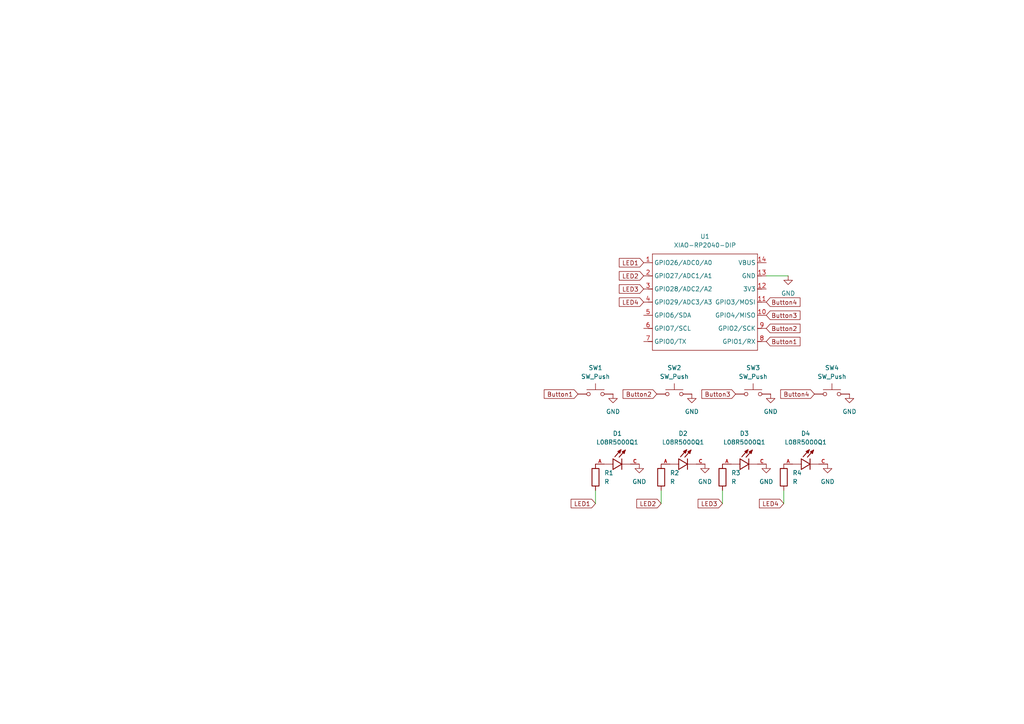
<source format=kicad_sch>
(kicad_sch
	(version 20250114)
	(generator "eeschema")
	(generator_version "9.0")
	(uuid "a43dab52-ff7f-4424-8441-02eefee77b3f")
	(paper "A4")
	(lib_symbols
		(symbol "Device:R"
			(pin_numbers
				(hide yes)
			)
			(pin_names
				(offset 0)
			)
			(exclude_from_sim no)
			(in_bom yes)
			(on_board yes)
			(property "Reference" "R"
				(at 2.032 0 90)
				(effects
					(font
						(size 1.27 1.27)
					)
				)
			)
			(property "Value" "R"
				(at 0 0 90)
				(effects
					(font
						(size 1.27 1.27)
					)
				)
			)
			(property "Footprint" ""
				(at -1.778 0 90)
				(effects
					(font
						(size 1.27 1.27)
					)
					(hide yes)
				)
			)
			(property "Datasheet" "~"
				(at 0 0 0)
				(effects
					(font
						(size 1.27 1.27)
					)
					(hide yes)
				)
			)
			(property "Description" "Resistor"
				(at 0 0 0)
				(effects
					(font
						(size 1.27 1.27)
					)
					(hide yes)
				)
			)
			(property "ki_keywords" "R res resistor"
				(at 0 0 0)
				(effects
					(font
						(size 1.27 1.27)
					)
					(hide yes)
				)
			)
			(property "ki_fp_filters" "R_*"
				(at 0 0 0)
				(effects
					(font
						(size 1.27 1.27)
					)
					(hide yes)
				)
			)
			(symbol "R_0_1"
				(rectangle
					(start -1.016 -2.54)
					(end 1.016 2.54)
					(stroke
						(width 0.254)
						(type default)
					)
					(fill
						(type none)
					)
				)
			)
			(symbol "R_1_1"
				(pin passive line
					(at 0 3.81 270)
					(length 1.27)
					(name "~"
						(effects
							(font
								(size 1.27 1.27)
							)
						)
					)
					(number "1"
						(effects
							(font
								(size 1.27 1.27)
							)
						)
					)
				)
				(pin passive line
					(at 0 -3.81 90)
					(length 1.27)
					(name "~"
						(effects
							(font
								(size 1.27 1.27)
							)
						)
					)
					(number "2"
						(effects
							(font
								(size 1.27 1.27)
							)
						)
					)
				)
			)
			(embedded_fonts no)
		)
		(symbol "PathfinderLED:L08R5000Q1"
			(pin_names
				(offset 1.016)
			)
			(exclude_from_sim no)
			(in_bom yes)
			(on_board yes)
			(property "Reference" "D"
				(at -3.0988 4.4958 0)
				(effects
					(font
						(size 1.27 1.27)
					)
					(justify left bottom)
				)
			)
			(property "Value" "L08R5000Q1"
				(at -3.556 -3.302 0)
				(effects
					(font
						(size 1.27 1.27)
					)
					(justify left bottom)
				)
			)
			(property "Footprint" "L08R5000Q1:LEDRD254W57D500H1070"
				(at 0 0 0)
				(effects
					(font
						(size 1.27 1.27)
					)
					(justify bottom)
					(hide yes)
				)
			)
			(property "Datasheet" ""
				(at 0 0 0)
				(effects
					(font
						(size 1.27 1.27)
					)
					(hide yes)
				)
			)
			(property "Description" ""
				(at 0 0 0)
				(effects
					(font
						(size 1.27 1.27)
					)
					(hide yes)
				)
			)
			(property "MF" "LED Technology"
				(at 0 0 0)
				(effects
					(font
						(size 1.27 1.27)
					)
					(justify bottom)
					(hide yes)
				)
			)
			(property "MAXIMUM_PACKAGE_HEIGHT" "10.7mm"
				(at 0 0 0)
				(effects
					(font
						(size 1.27 1.27)
					)
					(justify bottom)
					(hide yes)
				)
			)
			(property "Package" "None"
				(at 0 0 0)
				(effects
					(font
						(size 1.27 1.27)
					)
					(justify bottom)
					(hide yes)
				)
			)
			(property "Price" "None"
				(at 0 0 0)
				(effects
					(font
						(size 1.27 1.27)
					)
					(justify bottom)
					(hide yes)
				)
			)
			(property "Check_prices" "https://www.snapeda.com/parts/L08R5000Q1/LED+Technology/view-part/?ref=eda"
				(at 0 0 0)
				(effects
					(font
						(size 1.27 1.27)
					)
					(justify bottom)
					(hide yes)
				)
			)
			(property "STANDARD" "IPC-7351B"
				(at 0 0 0)
				(effects
					(font
						(size 1.27 1.27)
					)
					(justify bottom)
					(hide yes)
				)
			)
			(property "PARTREV" "NA"
				(at 0 0 0)
				(effects
					(font
						(size 1.27 1.27)
					)
					(justify bottom)
					(hide yes)
				)
			)
			(property "SnapEDA_Link" "https://www.snapeda.com/parts/L08R5000Q1/LED+Technology/view-part/?ref=snap"
				(at 0 0 0)
				(effects
					(font
						(size 1.27 1.27)
					)
					(justify bottom)
					(hide yes)
				)
			)
			(property "MP" "L08R5000Q1"
				(at 0 0 0)
				(effects
					(font
						(size 1.27 1.27)
					)
					(justify bottom)
					(hide yes)
				)
			)
			(property "Description_1" "LED, 5MM, ORANGE; LED / Lamp Size: 5mm / T-1 3/4; LED Colour: Orange; Typ Luminous Intensity: 4.3mcd; Viewing Angle: ..."
				(at 0 0 0)
				(effects
					(font
						(size 1.27 1.27)
					)
					(justify bottom)
					(hide yes)
				)
			)
			(property "Availability" "Not in stock"
				(at 0 0 0)
				(effects
					(font
						(size 1.27 1.27)
					)
					(justify bottom)
					(hide yes)
				)
			)
			(property "MANUFACTURER" "LED TECHNOLOGY"
				(at 0 0 0)
				(effects
					(font
						(size 1.27 1.27)
					)
					(justify bottom)
					(hide yes)
				)
			)
			(symbol "L08R5000Q1_0_0"
				(polyline
					(pts
						(xy -2.54 1.524) (xy -2.54 0)
					)
					(stroke
						(width 0.254)
						(type default)
					)
					(fill
						(type none)
					)
				)
				(polyline
					(pts
						(xy -2.54 0) (xy -5.08 0)
					)
					(stroke
						(width 0.1524)
						(type default)
					)
					(fill
						(type none)
					)
				)
				(polyline
					(pts
						(xy -2.54 0) (xy -2.54 -1.524)
					)
					(stroke
						(width 0.254)
						(type default)
					)
					(fill
						(type none)
					)
				)
				(polyline
					(pts
						(xy -2.54 -1.524) (xy 0 0)
					)
					(stroke
						(width 0.254)
						(type default)
					)
					(fill
						(type none)
					)
				)
				(polyline
					(pts
						(xy -1.1176 3.683) (xy -0.2286 4.1656)
					)
					(stroke
						(width 0.254)
						(type default)
					)
					(fill
						(type none)
					)
				)
				(polyline
					(pts
						(xy -0.9398 3.6068) (xy -0.7112 3.7592)
					)
					(stroke
						(width 0.254)
						(type default)
					)
					(fill
						(type none)
					)
				)
				(polyline
					(pts
						(xy -0.5588 3.2004) (xy -1.1176 3.683)
					)
					(stroke
						(width 0.254)
						(type default)
					)
					(fill
						(type none)
					)
				)
				(polyline
					(pts
						(xy -0.5588 3.2004) (xy -0.5334 3.937)
					)
					(stroke
						(width 0.254)
						(type default)
					)
					(fill
						(type none)
					)
				)
				(polyline
					(pts
						(xy -0.5334 3.937) (xy -0.6604 3.937)
					)
					(stroke
						(width 0.254)
						(type default)
					)
					(fill
						(type none)
					)
				)
				(polyline
					(pts
						(xy -0.2286 4.1656) (xy -2.0066 2.1336)
					)
					(stroke
						(width 0.254)
						(type default)
					)
					(fill
						(type none)
					)
				)
				(polyline
					(pts
						(xy -0.2286 4.1656) (xy -0.5588 3.2004)
					)
					(stroke
						(width 0.254)
						(type default)
					)
					(fill
						(type none)
					)
				)
				(polyline
					(pts
						(xy 0 1.524) (xy 0 0)
					)
					(stroke
						(width 0.254)
						(type default)
					)
					(fill
						(type none)
					)
				)
				(polyline
					(pts
						(xy 0 0) (xy -2.54 1.524)
					)
					(stroke
						(width 0.254)
						(type default)
					)
					(fill
						(type none)
					)
				)
				(polyline
					(pts
						(xy 0 0) (xy 0 -1.524)
					)
					(stroke
						(width 0.254)
						(type default)
					)
					(fill
						(type none)
					)
				)
				(polyline
					(pts
						(xy 0.127 3.5814) (xy 1.016 4.064)
					)
					(stroke
						(width 0.254)
						(type default)
					)
					(fill
						(type none)
					)
				)
				(polyline
					(pts
						(xy 0.3048 3.5052) (xy 0.5334 3.6576)
					)
					(stroke
						(width 0.254)
						(type default)
					)
					(fill
						(type none)
					)
				)
				(polyline
					(pts
						(xy 0.6858 3.0988) (xy 0.127 3.5814)
					)
					(stroke
						(width 0.254)
						(type default)
					)
					(fill
						(type none)
					)
				)
				(polyline
					(pts
						(xy 0.6858 3.0988) (xy 0.7112 3.8354)
					)
					(stroke
						(width 0.254)
						(type default)
					)
					(fill
						(type none)
					)
				)
				(polyline
					(pts
						(xy 0.7112 3.8354) (xy 0.5842 3.8354)
					)
					(stroke
						(width 0.254)
						(type default)
					)
					(fill
						(type none)
					)
				)
				(polyline
					(pts
						(xy 1.016 4.064) (xy -0.762 2.032)
					)
					(stroke
						(width 0.254)
						(type default)
					)
					(fill
						(type none)
					)
				)
				(polyline
					(pts
						(xy 1.016 4.064) (xy 0.6858 3.0988)
					)
					(stroke
						(width 0.254)
						(type default)
					)
					(fill
						(type none)
					)
				)
				(polyline
					(pts
						(xy 2.54 0) (xy 0 0)
					)
					(stroke
						(width 0.1524)
						(type default)
					)
					(fill
						(type none)
					)
				)
				(pin passive line
					(at -7.62 0 0)
					(length 2.54)
					(name "~"
						(effects
							(font
								(size 1.016 1.016)
							)
						)
					)
					(number "A"
						(effects
							(font
								(size 1.016 1.016)
							)
						)
					)
				)
				(pin passive line
					(at 5.08 0 180)
					(length 2.54)
					(name "~"
						(effects
							(font
								(size 1.016 1.016)
							)
						)
					)
					(number "C"
						(effects
							(font
								(size 1.016 1.016)
							)
						)
					)
				)
			)
			(embedded_fonts no)
		)
		(symbol "Switch:SW_Push"
			(pin_numbers
				(hide yes)
			)
			(pin_names
				(offset 1.016)
				(hide yes)
			)
			(exclude_from_sim no)
			(in_bom yes)
			(on_board yes)
			(property "Reference" "SW"
				(at 1.27 2.54 0)
				(effects
					(font
						(size 1.27 1.27)
					)
					(justify left)
				)
			)
			(property "Value" "SW_Push"
				(at 0 -1.524 0)
				(effects
					(font
						(size 1.27 1.27)
					)
				)
			)
			(property "Footprint" ""
				(at 0 5.08 0)
				(effects
					(font
						(size 1.27 1.27)
					)
					(hide yes)
				)
			)
			(property "Datasheet" "~"
				(at 0 5.08 0)
				(effects
					(font
						(size 1.27 1.27)
					)
					(hide yes)
				)
			)
			(property "Description" "Push button switch, generic, two pins"
				(at 0 0 0)
				(effects
					(font
						(size 1.27 1.27)
					)
					(hide yes)
				)
			)
			(property "ki_keywords" "switch normally-open pushbutton push-button"
				(at 0 0 0)
				(effects
					(font
						(size 1.27 1.27)
					)
					(hide yes)
				)
			)
			(symbol "SW_Push_0_1"
				(circle
					(center -2.032 0)
					(radius 0.508)
					(stroke
						(width 0)
						(type default)
					)
					(fill
						(type none)
					)
				)
				(polyline
					(pts
						(xy 0 1.27) (xy 0 3.048)
					)
					(stroke
						(width 0)
						(type default)
					)
					(fill
						(type none)
					)
				)
				(circle
					(center 2.032 0)
					(radius 0.508)
					(stroke
						(width 0)
						(type default)
					)
					(fill
						(type none)
					)
				)
				(polyline
					(pts
						(xy 2.54 1.27) (xy -2.54 1.27)
					)
					(stroke
						(width 0)
						(type default)
					)
					(fill
						(type none)
					)
				)
				(pin passive line
					(at -5.08 0 0)
					(length 2.54)
					(name "1"
						(effects
							(font
								(size 1.27 1.27)
							)
						)
					)
					(number "1"
						(effects
							(font
								(size 1.27 1.27)
							)
						)
					)
				)
				(pin passive line
					(at 5.08 0 180)
					(length 2.54)
					(name "2"
						(effects
							(font
								(size 1.27 1.27)
							)
						)
					)
					(number "2"
						(effects
							(font
								(size 1.27 1.27)
							)
						)
					)
				)
			)
			(embedded_fonts no)
		)
		(symbol "Xiao:XIAO-RP2040-DIP"
			(exclude_from_sim no)
			(in_bom yes)
			(on_board yes)
			(property "Reference" "U"
				(at 0 0 0)
				(effects
					(font
						(size 1.27 1.27)
					)
				)
			)
			(property "Value" "XIAO-RP2040-DIP"
				(at 5.334 -1.778 0)
				(effects
					(font
						(size 1.27 1.27)
					)
				)
			)
			(property "Footprint" "Module:MOUDLE14P-XIAO-DIP-SMD"
				(at 14.478 -32.258 0)
				(effects
					(font
						(size 1.27 1.27)
					)
					(hide yes)
				)
			)
			(property "Datasheet" ""
				(at 0 0 0)
				(effects
					(font
						(size 1.27 1.27)
					)
					(hide yes)
				)
			)
			(property "Description" ""
				(at 0 0 0)
				(effects
					(font
						(size 1.27 1.27)
					)
					(hide yes)
				)
			)
			(symbol "XIAO-RP2040-DIP_1_0"
				(polyline
					(pts
						(xy -1.27 -2.54) (xy 29.21 -2.54)
					)
					(stroke
						(width 0.1524)
						(type solid)
					)
					(fill
						(type none)
					)
				)
				(polyline
					(pts
						(xy -1.27 -5.08) (xy -2.54 -5.08)
					)
					(stroke
						(width 0.1524)
						(type solid)
					)
					(fill
						(type none)
					)
				)
				(polyline
					(pts
						(xy -1.27 -5.08) (xy -1.27 -2.54)
					)
					(stroke
						(width 0.1524)
						(type solid)
					)
					(fill
						(type none)
					)
				)
				(polyline
					(pts
						(xy -1.27 -8.89) (xy -2.54 -8.89)
					)
					(stroke
						(width 0.1524)
						(type solid)
					)
					(fill
						(type none)
					)
				)
				(polyline
					(pts
						(xy -1.27 -8.89) (xy -1.27 -5.08)
					)
					(stroke
						(width 0.1524)
						(type solid)
					)
					(fill
						(type none)
					)
				)
				(polyline
					(pts
						(xy -1.27 -12.7) (xy -2.54 -12.7)
					)
					(stroke
						(width 0.1524)
						(type solid)
					)
					(fill
						(type none)
					)
				)
				(polyline
					(pts
						(xy -1.27 -12.7) (xy -1.27 -8.89)
					)
					(stroke
						(width 0.1524)
						(type solid)
					)
					(fill
						(type none)
					)
				)
				(polyline
					(pts
						(xy -1.27 -16.51) (xy -2.54 -16.51)
					)
					(stroke
						(width 0.1524)
						(type solid)
					)
					(fill
						(type none)
					)
				)
				(polyline
					(pts
						(xy -1.27 -16.51) (xy -1.27 -12.7)
					)
					(stroke
						(width 0.1524)
						(type solid)
					)
					(fill
						(type none)
					)
				)
				(polyline
					(pts
						(xy -1.27 -20.32) (xy -2.54 -20.32)
					)
					(stroke
						(width 0.1524)
						(type solid)
					)
					(fill
						(type none)
					)
				)
				(polyline
					(pts
						(xy -1.27 -24.13) (xy -2.54 -24.13)
					)
					(stroke
						(width 0.1524)
						(type solid)
					)
					(fill
						(type none)
					)
				)
				(polyline
					(pts
						(xy -1.27 -27.94) (xy -2.54 -27.94)
					)
					(stroke
						(width 0.1524)
						(type solid)
					)
					(fill
						(type none)
					)
				)
				(polyline
					(pts
						(xy -1.27 -30.48) (xy -1.27 -16.51)
					)
					(stroke
						(width 0.1524)
						(type solid)
					)
					(fill
						(type none)
					)
				)
				(polyline
					(pts
						(xy 29.21 -2.54) (xy 29.21 -5.08)
					)
					(stroke
						(width 0.1524)
						(type solid)
					)
					(fill
						(type none)
					)
				)
				(polyline
					(pts
						(xy 29.21 -5.08) (xy 29.21 -8.89)
					)
					(stroke
						(width 0.1524)
						(type solid)
					)
					(fill
						(type none)
					)
				)
				(polyline
					(pts
						(xy 29.21 -8.89) (xy 29.21 -12.7)
					)
					(stroke
						(width 0.1524)
						(type solid)
					)
					(fill
						(type none)
					)
				)
				(polyline
					(pts
						(xy 29.21 -12.7) (xy 29.21 -30.48)
					)
					(stroke
						(width 0.1524)
						(type solid)
					)
					(fill
						(type none)
					)
				)
				(polyline
					(pts
						(xy 29.21 -30.48) (xy -1.27 -30.48)
					)
					(stroke
						(width 0.1524)
						(type solid)
					)
					(fill
						(type none)
					)
				)
				(polyline
					(pts
						(xy 30.48 -5.08) (xy 29.21 -5.08)
					)
					(stroke
						(width 0.1524)
						(type solid)
					)
					(fill
						(type none)
					)
				)
				(polyline
					(pts
						(xy 30.48 -8.89) (xy 29.21 -8.89)
					)
					(stroke
						(width 0.1524)
						(type solid)
					)
					(fill
						(type none)
					)
				)
				(polyline
					(pts
						(xy 30.48 -12.7) (xy 29.21 -12.7)
					)
					(stroke
						(width 0.1524)
						(type solid)
					)
					(fill
						(type none)
					)
				)
				(polyline
					(pts
						(xy 30.48 -16.51) (xy 29.21 -16.51)
					)
					(stroke
						(width 0.1524)
						(type solid)
					)
					(fill
						(type none)
					)
				)
				(polyline
					(pts
						(xy 30.48 -20.32) (xy 29.21 -20.32)
					)
					(stroke
						(width 0.1524)
						(type solid)
					)
					(fill
						(type none)
					)
				)
				(polyline
					(pts
						(xy 30.48 -24.13) (xy 29.21 -24.13)
					)
					(stroke
						(width 0.1524)
						(type solid)
					)
					(fill
						(type none)
					)
				)
				(polyline
					(pts
						(xy 30.48 -27.94) (xy 29.21 -27.94)
					)
					(stroke
						(width 0.1524)
						(type solid)
					)
					(fill
						(type none)
					)
				)
				(pin passive line
					(at -3.81 -5.08 0)
					(length 2.54)
					(name "GPIO26/ADC0/A0"
						(effects
							(font
								(size 1.27 1.27)
							)
						)
					)
					(number "1"
						(effects
							(font
								(size 1.27 1.27)
							)
						)
					)
				)
				(pin passive line
					(at -3.81 -8.89 0)
					(length 2.54)
					(name "GPIO27/ADC1/A1"
						(effects
							(font
								(size 1.27 1.27)
							)
						)
					)
					(number "2"
						(effects
							(font
								(size 1.27 1.27)
							)
						)
					)
				)
				(pin passive line
					(at -3.81 -12.7 0)
					(length 2.54)
					(name "GPIO28/ADC2/A2"
						(effects
							(font
								(size 1.27 1.27)
							)
						)
					)
					(number "3"
						(effects
							(font
								(size 1.27 1.27)
							)
						)
					)
				)
				(pin passive line
					(at -3.81 -16.51 0)
					(length 2.54)
					(name "GPIO29/ADC3/A3"
						(effects
							(font
								(size 1.27 1.27)
							)
						)
					)
					(number "4"
						(effects
							(font
								(size 1.27 1.27)
							)
						)
					)
				)
				(pin passive line
					(at -3.81 -20.32 0)
					(length 2.54)
					(name "GPIO6/SDA"
						(effects
							(font
								(size 1.27 1.27)
							)
						)
					)
					(number "5"
						(effects
							(font
								(size 1.27 1.27)
							)
						)
					)
				)
				(pin passive line
					(at -3.81 -24.13 0)
					(length 2.54)
					(name "GPIO7/SCL"
						(effects
							(font
								(size 1.27 1.27)
							)
						)
					)
					(number "6"
						(effects
							(font
								(size 1.27 1.27)
							)
						)
					)
				)
				(pin passive line
					(at -3.81 -27.94 0)
					(length 2.54)
					(name "GPIO0/TX"
						(effects
							(font
								(size 1.27 1.27)
							)
						)
					)
					(number "7"
						(effects
							(font
								(size 1.27 1.27)
							)
						)
					)
				)
				(pin passive line
					(at 31.75 -5.08 180)
					(length 2.54)
					(name "VBUS"
						(effects
							(font
								(size 1.27 1.27)
							)
						)
					)
					(number "14"
						(effects
							(font
								(size 1.27 1.27)
							)
						)
					)
				)
				(pin passive line
					(at 31.75 -8.89 180)
					(length 2.54)
					(name "GND"
						(effects
							(font
								(size 1.27 1.27)
							)
						)
					)
					(number "13"
						(effects
							(font
								(size 1.27 1.27)
							)
						)
					)
				)
				(pin passive line
					(at 31.75 -12.7 180)
					(length 2.54)
					(name "3V3"
						(effects
							(font
								(size 1.27 1.27)
							)
						)
					)
					(number "12"
						(effects
							(font
								(size 1.27 1.27)
							)
						)
					)
				)
				(pin passive line
					(at 31.75 -16.51 180)
					(length 2.54)
					(name "GPIO3/MOSI"
						(effects
							(font
								(size 1.27 1.27)
							)
						)
					)
					(number "11"
						(effects
							(font
								(size 1.27 1.27)
							)
						)
					)
				)
				(pin passive line
					(at 31.75 -20.32 180)
					(length 2.54)
					(name "GPIO4/MISO"
						(effects
							(font
								(size 1.27 1.27)
							)
						)
					)
					(number "10"
						(effects
							(font
								(size 1.27 1.27)
							)
						)
					)
				)
				(pin passive line
					(at 31.75 -24.13 180)
					(length 2.54)
					(name "GPIO2/SCK"
						(effects
							(font
								(size 1.27 1.27)
							)
						)
					)
					(number "9"
						(effects
							(font
								(size 1.27 1.27)
							)
						)
					)
				)
				(pin passive line
					(at 31.75 -27.94 180)
					(length 2.54)
					(name "GPIO1/RX"
						(effects
							(font
								(size 1.27 1.27)
							)
						)
					)
					(number "8"
						(effects
							(font
								(size 1.27 1.27)
							)
						)
					)
				)
			)
			(embedded_fonts no)
		)
		(symbol "power:GND"
			(power)
			(pin_numbers
				(hide yes)
			)
			(pin_names
				(offset 0)
				(hide yes)
			)
			(exclude_from_sim no)
			(in_bom yes)
			(on_board yes)
			(property "Reference" "#PWR"
				(at 0 -6.35 0)
				(effects
					(font
						(size 1.27 1.27)
					)
					(hide yes)
				)
			)
			(property "Value" "GND"
				(at 0 -3.81 0)
				(effects
					(font
						(size 1.27 1.27)
					)
				)
			)
			(property "Footprint" ""
				(at 0 0 0)
				(effects
					(font
						(size 1.27 1.27)
					)
					(hide yes)
				)
			)
			(property "Datasheet" ""
				(at 0 0 0)
				(effects
					(font
						(size 1.27 1.27)
					)
					(hide yes)
				)
			)
			(property "Description" "Power symbol creates a global label with name \"GND\" , ground"
				(at 0 0 0)
				(effects
					(font
						(size 1.27 1.27)
					)
					(hide yes)
				)
			)
			(property "ki_keywords" "global power"
				(at 0 0 0)
				(effects
					(font
						(size 1.27 1.27)
					)
					(hide yes)
				)
			)
			(symbol "GND_0_1"
				(polyline
					(pts
						(xy 0 0) (xy 0 -1.27) (xy 1.27 -1.27) (xy 0 -2.54) (xy -1.27 -1.27) (xy 0 -1.27)
					)
					(stroke
						(width 0)
						(type default)
					)
					(fill
						(type none)
					)
				)
			)
			(symbol "GND_1_1"
				(pin power_in line
					(at 0 0 270)
					(length 0)
					(name "~"
						(effects
							(font
								(size 1.27 1.27)
							)
						)
					)
					(number "1"
						(effects
							(font
								(size 1.27 1.27)
							)
						)
					)
				)
			)
			(embedded_fonts no)
		)
	)
	(wire
		(pts
			(xy 172.72 142.24) (xy 172.72 146.05)
		)
		(stroke
			(width 0)
			(type default)
		)
		(uuid "2cf0e8a4-e96a-496b-9541-f9b28d1cefb7")
	)
	(wire
		(pts
			(xy 191.77 142.24) (xy 191.77 146.05)
		)
		(stroke
			(width 0)
			(type default)
		)
		(uuid "3847555e-a22a-485f-9a4c-ec961bb63a2f")
	)
	(wire
		(pts
			(xy 222.25 80.01) (xy 228.6 80.01)
		)
		(stroke
			(width 0)
			(type default)
		)
		(uuid "48cfcd25-bf24-416e-af58-55cb1137ed83")
	)
	(wire
		(pts
			(xy 209.55 142.24) (xy 209.55 146.05)
		)
		(stroke
			(width 0)
			(type default)
		)
		(uuid "ad231d47-fb83-414a-878b-a9ac30327bee")
	)
	(wire
		(pts
			(xy 227.33 142.24) (xy 227.33 146.05)
		)
		(stroke
			(width 0)
			(type default)
		)
		(uuid "e0c9e45d-9c87-4def-a964-bd1c983dc103")
	)
	(global_label "LED3"
		(shape input)
		(at 209.55 146.05 180)
		(fields_autoplaced yes)
		(effects
			(font
				(size 1.27 1.27)
			)
			(justify right)
		)
		(uuid "0d93307d-d453-4136-9611-2e70ac76153e")
		(property "Intersheetrefs" "${INTERSHEET_REFS}"
			(at 201.9082 146.05 0)
			(effects
				(font
					(size 1.27 1.27)
				)
				(justify right)
				(hide yes)
			)
		)
	)
	(global_label "LED4"
		(shape input)
		(at 186.69 87.63 180)
		(fields_autoplaced yes)
		(effects
			(font
				(size 1.27 1.27)
			)
			(justify right)
		)
		(uuid "2d83d0d7-d6e0-4ed2-a087-027646afb049")
		(property "Intersheetrefs" "${INTERSHEET_REFS}"
			(at 179.0482 87.63 0)
			(effects
				(font
					(size 1.27 1.27)
				)
				(justify right)
				(hide yes)
			)
		)
	)
	(global_label "LED1"
		(shape input)
		(at 186.69 76.2 180)
		(fields_autoplaced yes)
		(effects
			(font
				(size 1.27 1.27)
			)
			(justify right)
		)
		(uuid "3a1d6198-29b0-4f2f-8d16-8dc23118f7f8")
		(property "Intersheetrefs" "${INTERSHEET_REFS}"
			(at 179.0482 76.2 0)
			(effects
				(font
					(size 1.27 1.27)
				)
				(justify right)
				(hide yes)
			)
		)
	)
	(global_label "Button1"
		(shape input)
		(at 167.64 114.3 180)
		(fields_autoplaced yes)
		(effects
			(font
				(size 1.27 1.27)
			)
			(justify right)
		)
		(uuid "42a2d14a-0f5d-46b6-a9a6-14964da838b5")
		(property "Intersheetrefs" "${INTERSHEET_REFS}"
			(at 157.2769 114.3 0)
			(effects
				(font
					(size 1.27 1.27)
				)
				(justify right)
				(hide yes)
			)
		)
	)
	(global_label "Button2"
		(shape input)
		(at 222.25 95.25 0)
		(fields_autoplaced yes)
		(effects
			(font
				(size 1.27 1.27)
			)
			(justify left)
		)
		(uuid "445fb89b-5b4e-42a8-80f6-ddc0d69db949")
		(property "Intersheetrefs" "${INTERSHEET_REFS}"
			(at 232.6131 95.25 0)
			(effects
				(font
					(size 1.27 1.27)
				)
				(justify left)
				(hide yes)
			)
		)
	)
	(global_label "Button3"
		(shape input)
		(at 213.36 114.3 180)
		(fields_autoplaced yes)
		(effects
			(font
				(size 1.27 1.27)
			)
			(justify right)
		)
		(uuid "64bc1b6a-2d17-4575-a282-3e7196ed901f")
		(property "Intersheetrefs" "${INTERSHEET_REFS}"
			(at 202.9969 114.3 0)
			(effects
				(font
					(size 1.27 1.27)
				)
				(justify right)
				(hide yes)
			)
		)
	)
	(global_label "LED4"
		(shape input)
		(at 227.33 146.05 180)
		(fields_autoplaced yes)
		(effects
			(font
				(size 1.27 1.27)
			)
			(justify right)
		)
		(uuid "692b7389-8295-41ac-a59c-d25985795243")
		(property "Intersheetrefs" "${INTERSHEET_REFS}"
			(at 219.6882 146.05 0)
			(effects
				(font
					(size 1.27 1.27)
				)
				(justify right)
				(hide yes)
			)
		)
	)
	(global_label "Button4"
		(shape input)
		(at 222.25 87.63 0)
		(fields_autoplaced yes)
		(effects
			(font
				(size 1.27 1.27)
			)
			(justify left)
		)
		(uuid "70a23073-0a6b-414e-a6e9-baff8a24de7a")
		(property "Intersheetrefs" "${INTERSHEET_REFS}"
			(at 232.6131 87.63 0)
			(effects
				(font
					(size 1.27 1.27)
				)
				(justify left)
				(hide yes)
			)
		)
	)
	(global_label "Button3"
		(shape input)
		(at 222.25 91.44 0)
		(fields_autoplaced yes)
		(effects
			(font
				(size 1.27 1.27)
			)
			(justify left)
		)
		(uuid "98615344-424e-43dd-9531-dccea1a63d32")
		(property "Intersheetrefs" "${INTERSHEET_REFS}"
			(at 232.6131 91.44 0)
			(effects
				(font
					(size 1.27 1.27)
				)
				(justify left)
				(hide yes)
			)
		)
	)
	(global_label "LED3"
		(shape input)
		(at 186.69 83.82 180)
		(fields_autoplaced yes)
		(effects
			(font
				(size 1.27 1.27)
			)
			(justify right)
		)
		(uuid "bbe1c1f8-788f-4cad-989e-0da584b195c3")
		(property "Intersheetrefs" "${INTERSHEET_REFS}"
			(at 179.0482 83.82 0)
			(effects
				(font
					(size 1.27 1.27)
				)
				(justify right)
				(hide yes)
			)
		)
	)
	(global_label "Button1"
		(shape input)
		(at 222.25 99.06 0)
		(fields_autoplaced yes)
		(effects
			(font
				(size 1.27 1.27)
			)
			(justify left)
		)
		(uuid "bcf72650-84ab-435c-a17f-4208724d73ef")
		(property "Intersheetrefs" "${INTERSHEET_REFS}"
			(at 232.6131 99.06 0)
			(effects
				(font
					(size 1.27 1.27)
				)
				(justify left)
				(hide yes)
			)
		)
	)
	(global_label "Button4"
		(shape input)
		(at 236.22 114.3 180)
		(fields_autoplaced yes)
		(effects
			(font
				(size 1.27 1.27)
			)
			(justify right)
		)
		(uuid "bf899d6b-61a5-4439-a086-4ee490cf0994")
		(property "Intersheetrefs" "${INTERSHEET_REFS}"
			(at 225.8569 114.3 0)
			(effects
				(font
					(size 1.27 1.27)
				)
				(justify right)
				(hide yes)
			)
		)
	)
	(global_label "Button2"
		(shape input)
		(at 190.5 114.3 180)
		(fields_autoplaced yes)
		(effects
			(font
				(size 1.27 1.27)
			)
			(justify right)
		)
		(uuid "c7441f56-c7c9-451f-a1a4-09570969491a")
		(property "Intersheetrefs" "${INTERSHEET_REFS}"
			(at 180.1369 114.3 0)
			(effects
				(font
					(size 1.27 1.27)
				)
				(justify right)
				(hide yes)
			)
		)
	)
	(global_label "LED2"
		(shape input)
		(at 191.77 146.05 180)
		(fields_autoplaced yes)
		(effects
			(font
				(size 1.27 1.27)
			)
			(justify right)
		)
		(uuid "d1adf996-c8b5-434a-bca3-c03c356e7871")
		(property "Intersheetrefs" "${INTERSHEET_REFS}"
			(at 184.1282 146.05 0)
			(effects
				(font
					(size 1.27 1.27)
				)
				(justify right)
				(hide yes)
			)
		)
	)
	(global_label "LED1"
		(shape input)
		(at 172.72 146.05 180)
		(fields_autoplaced yes)
		(effects
			(font
				(size 1.27 1.27)
			)
			(justify right)
		)
		(uuid "d9d7c888-dc1c-4a31-88c1-ed6441bbccd5")
		(property "Intersheetrefs" "${INTERSHEET_REFS}"
			(at 165.0782 146.05 0)
			(effects
				(font
					(size 1.27 1.27)
				)
				(justify right)
				(hide yes)
			)
		)
	)
	(global_label "LED2"
		(shape input)
		(at 186.69 80.01 180)
		(fields_autoplaced yes)
		(effects
			(font
				(size 1.27 1.27)
			)
			(justify right)
		)
		(uuid "ef87baed-ca5a-48b8-9963-a775abf1f924")
		(property "Intersheetrefs" "${INTERSHEET_REFS}"
			(at 179.0482 80.01 0)
			(effects
				(font
					(size 1.27 1.27)
				)
				(justify right)
				(hide yes)
			)
		)
	)
	(symbol
		(lib_id "PathfinderLED:L08R5000Q1")
		(at 217.17 134.62 0)
		(unit 1)
		(exclude_from_sim no)
		(in_bom yes)
		(on_board yes)
		(dnp no)
		(fields_autoplaced yes)
		(uuid "0398dc85-e1a4-4a6d-a6a3-2eae49a8cdc6")
		(property "Reference" "D3"
			(at 215.9 125.73 0)
			(effects
				(font
					(size 1.27 1.27)
				)
			)
		)
		(property "Value" "L08R5000Q1"
			(at 215.9 128.27 0)
			(effects
				(font
					(size 1.27 1.27)
				)
			)
		)
		(property "Footprint" "Footprints:LED"
			(at 217.17 134.62 0)
			(effects
				(font
					(size 1.27 1.27)
				)
				(justify bottom)
				(hide yes)
			)
		)
		(property "Datasheet" ""
			(at 217.17 134.62 0)
			(effects
				(font
					(size 1.27 1.27)
				)
				(hide yes)
			)
		)
		(property "Description" ""
			(at 217.17 134.62 0)
			(effects
				(font
					(size 1.27 1.27)
				)
				(hide yes)
			)
		)
		(property "MF" "LED Technology"
			(at 217.17 134.62 0)
			(effects
				(font
					(size 1.27 1.27)
				)
				(justify bottom)
				(hide yes)
			)
		)
		(property "MAXIMUM_PACKAGE_HEIGHT" "10.7mm"
			(at 217.17 134.62 0)
			(effects
				(font
					(size 1.27 1.27)
				)
				(justify bottom)
				(hide yes)
			)
		)
		(property "Package" "None"
			(at 217.17 134.62 0)
			(effects
				(font
					(size 1.27 1.27)
				)
				(justify bottom)
				(hide yes)
			)
		)
		(property "Price" "None"
			(at 217.17 134.62 0)
			(effects
				(font
					(size 1.27 1.27)
				)
				(justify bottom)
				(hide yes)
			)
		)
		(property "Check_prices" "https://www.snapeda.com/parts/L08R5000Q1/LED+Technology/view-part/?ref=eda"
			(at 217.17 134.62 0)
			(effects
				(font
					(size 1.27 1.27)
				)
				(justify bottom)
				(hide yes)
			)
		)
		(property "STANDARD" "IPC-7351B"
			(at 217.17 134.62 0)
			(effects
				(font
					(size 1.27 1.27)
				)
				(justify bottom)
				(hide yes)
			)
		)
		(property "PARTREV" "NA"
			(at 217.17 134.62 0)
			(effects
				(font
					(size 1.27 1.27)
				)
				(justify bottom)
				(hide yes)
			)
		)
		(property "SnapEDA_Link" "https://www.snapeda.com/parts/L08R5000Q1/LED+Technology/view-part/?ref=snap"
			(at 217.17 134.62 0)
			(effects
				(font
					(size 1.27 1.27)
				)
				(justify bottom)
				(hide yes)
			)
		)
		(property "MP" "L08R5000Q1"
			(at 217.17 134.62 0)
			(effects
				(font
					(size 1.27 1.27)
				)
				(justify bottom)
				(hide yes)
			)
		)
		(property "Description_1" "LED, 5MM, ORANGE; LED / Lamp Size: 5mm / T-1 3/4; LED Colour: Orange; Typ Luminous Intensity: 4.3mcd; Viewing Angle: ..."
			(at 217.17 134.62 0)
			(effects
				(font
					(size 1.27 1.27)
				)
				(justify bottom)
				(hide yes)
			)
		)
		(property "Availability" "Not in stock"
			(at 217.17 134.62 0)
			(effects
				(font
					(size 1.27 1.27)
				)
				(justify bottom)
				(hide yes)
			)
		)
		(property "MANUFACTURER" "LED TECHNOLOGY"
			(at 217.17 134.62 0)
			(effects
				(font
					(size 1.27 1.27)
				)
				(justify bottom)
				(hide yes)
			)
		)
		(pin "C"
			(uuid "a2dcb2bc-447a-4536-be5e-f188867042e5")
		)
		(pin "A"
			(uuid "6406e852-5e7a-46dd-baa9-a40354f04513")
		)
		(instances
			(project "Pathfinder"
				(path "/a43dab52-ff7f-4424-8441-02eefee77b3f"
					(reference "D3")
					(unit 1)
				)
			)
		)
	)
	(symbol
		(lib_id "Xiao:XIAO-RP2040-DIP")
		(at 190.5 71.12 0)
		(unit 1)
		(exclude_from_sim no)
		(in_bom yes)
		(on_board yes)
		(dnp no)
		(fields_autoplaced yes)
		(uuid "0532f774-384c-4fbb-9f60-a33fc2e55b4e")
		(property "Reference" "U1"
			(at 204.47 68.58 0)
			(effects
				(font
					(size 1.27 1.27)
				)
			)
		)
		(property "Value" "XIAO-RP2040-DIP"
			(at 204.47 71.12 0)
			(effects
				(font
					(size 1.27 1.27)
				)
			)
		)
		(property "Footprint" "Footprints:XIAO-RP2040-DIP"
			(at 204.978 103.378 0)
			(effects
				(font
					(size 1.27 1.27)
				)
				(hide yes)
			)
		)
		(property "Datasheet" ""
			(at 190.5 71.12 0)
			(effects
				(font
					(size 1.27 1.27)
				)
				(hide yes)
			)
		)
		(property "Description" ""
			(at 190.5 71.12 0)
			(effects
				(font
					(size 1.27 1.27)
				)
				(hide yes)
			)
		)
		(pin "9"
			(uuid "586cba20-caf0-4fa1-a1d2-4c51e9b0fed8")
		)
		(pin "7"
			(uuid "75221087-6a76-4491-891c-73975fc049fa")
		)
		(pin "14"
			(uuid "282e7546-7fdd-4859-a7ba-3587775d05ae")
		)
		(pin "10"
			(uuid "779b3649-69fa-4b67-bd26-2b177db0fb34")
		)
		(pin "12"
			(uuid "5065cafc-bbe1-47ce-ac49-eb5eec6d9f8c")
		)
		(pin "2"
			(uuid "f58a2835-170e-4db8-acc6-d7b3ee55aec4")
		)
		(pin "13"
			(uuid "67e1956d-a6a7-4e9e-b96a-c01255d437ca")
		)
		(pin "8"
			(uuid "e2f4bbe8-ee8e-4029-b236-f77ce617e356")
		)
		(pin "11"
			(uuid "e4682ee3-7855-4cd1-a1b8-d12d1f6f2100")
		)
		(pin "1"
			(uuid "488355e5-6fba-4a60-b087-6d7633af84cb")
		)
		(pin "6"
			(uuid "269a6d4b-d7fc-405e-a205-e4f05f347549")
		)
		(pin "5"
			(uuid "f6ee9636-8bb3-48c0-9285-d8e9d222a809")
		)
		(pin "3"
			(uuid "1c1ae83d-88b6-423c-b223-a85acc57a57b")
		)
		(pin "4"
			(uuid "76eb75e4-9d35-4f1b-8f46-eefe6ae61e6c")
		)
		(instances
			(project ""
				(path "/a43dab52-ff7f-4424-8441-02eefee77b3f"
					(reference "U1")
					(unit 1)
				)
			)
		)
	)
	(symbol
		(lib_id "power:GND")
		(at 222.25 134.62 0)
		(unit 1)
		(exclude_from_sim no)
		(in_bom yes)
		(on_board yes)
		(dnp no)
		(fields_autoplaced yes)
		(uuid "0c55aebe-c038-4d0e-a200-4b73c1dbbea3")
		(property "Reference" "#PWR02"
			(at 222.25 140.97 0)
			(effects
				(font
					(size 1.27 1.27)
				)
				(hide yes)
			)
		)
		(property "Value" "GND"
			(at 222.25 139.7 0)
			(effects
				(font
					(size 1.27 1.27)
				)
			)
		)
		(property "Footprint" ""
			(at 222.25 134.62 0)
			(effects
				(font
					(size 1.27 1.27)
				)
				(hide yes)
			)
		)
		(property "Datasheet" ""
			(at 222.25 134.62 0)
			(effects
				(font
					(size 1.27 1.27)
				)
				(hide yes)
			)
		)
		(property "Description" "Power symbol creates a global label with name \"GND\" , ground"
			(at 222.25 134.62 0)
			(effects
				(font
					(size 1.27 1.27)
				)
				(hide yes)
			)
		)
		(pin "1"
			(uuid "b36165b4-907a-4d6c-bbfb-37d841b4a8e8")
		)
		(instances
			(project "Pathfinder"
				(path "/a43dab52-ff7f-4424-8441-02eefee77b3f"
					(reference "#PWR02")
					(unit 1)
				)
			)
		)
	)
	(symbol
		(lib_id "Switch:SW_Push")
		(at 241.3 114.3 0)
		(unit 1)
		(exclude_from_sim no)
		(in_bom yes)
		(on_board yes)
		(dnp no)
		(uuid "1c14104f-1480-4038-ae30-8f2c3aa88957")
		(property "Reference" "SW4"
			(at 241.3 106.68 0)
			(effects
				(font
					(size 1.27 1.27)
				)
			)
		)
		(property "Value" "SW_Push"
			(at 241.3 109.22 0)
			(effects
				(font
					(size 1.27 1.27)
				)
			)
		)
		(property "Footprint" "Footprints:SW_Cherry_MX_1.00u_PCB3D"
			(at 241.3 109.22 0)
			(effects
				(font
					(size 1.27 1.27)
				)
				(hide yes)
			)
		)
		(property "Datasheet" "~"
			(at 241.3 109.22 0)
			(effects
				(font
					(size 1.27 1.27)
				)
				(hide yes)
			)
		)
		(property "Description" "Push button switch, generic, two pins"
			(at 241.3 114.3 0)
			(effects
				(font
					(size 1.27 1.27)
				)
				(hide yes)
			)
		)
		(pin "2"
			(uuid "aa840734-7e2f-4e63-9a7b-0ad07e53a05a")
		)
		(pin "1"
			(uuid "c27cc950-2a5c-48e4-9152-44ea2cc931da")
		)
		(instances
			(project "Pathfinder"
				(path "/a43dab52-ff7f-4424-8441-02eefee77b3f"
					(reference "SW4")
					(unit 1)
				)
			)
		)
	)
	(symbol
		(lib_id "power:GND")
		(at 185.42 134.62 0)
		(unit 1)
		(exclude_from_sim no)
		(in_bom yes)
		(on_board yes)
		(dnp no)
		(fields_autoplaced yes)
		(uuid "245e33b2-d27e-41dc-a438-fff3b607b0fd")
		(property "Reference" "#PWR04"
			(at 185.42 140.97 0)
			(effects
				(font
					(size 1.27 1.27)
				)
				(hide yes)
			)
		)
		(property "Value" "GND"
			(at 185.42 139.7 0)
			(effects
				(font
					(size 1.27 1.27)
				)
			)
		)
		(property "Footprint" ""
			(at 185.42 134.62 0)
			(effects
				(font
					(size 1.27 1.27)
				)
				(hide yes)
			)
		)
		(property "Datasheet" ""
			(at 185.42 134.62 0)
			(effects
				(font
					(size 1.27 1.27)
				)
				(hide yes)
			)
		)
		(property "Description" "Power symbol creates a global label with name \"GND\" , ground"
			(at 185.42 134.62 0)
			(effects
				(font
					(size 1.27 1.27)
				)
				(hide yes)
			)
		)
		(pin "1"
			(uuid "7bc53a58-67a8-482e-b23f-3c711cbbd9d8")
		)
		(instances
			(project "Pathfinder"
				(path "/a43dab52-ff7f-4424-8441-02eefee77b3f"
					(reference "#PWR04")
					(unit 1)
				)
			)
		)
	)
	(symbol
		(lib_id "power:GND")
		(at 204.47 134.62 0)
		(unit 1)
		(exclude_from_sim no)
		(in_bom yes)
		(on_board yes)
		(dnp no)
		(fields_autoplaced yes)
		(uuid "2c159497-812e-46e4-a8a5-c248cfaf8e0d")
		(property "Reference" "#PWR03"
			(at 204.47 140.97 0)
			(effects
				(font
					(size 1.27 1.27)
				)
				(hide yes)
			)
		)
		(property "Value" "GND"
			(at 204.47 139.7 0)
			(effects
				(font
					(size 1.27 1.27)
				)
			)
		)
		(property "Footprint" ""
			(at 204.47 134.62 0)
			(effects
				(font
					(size 1.27 1.27)
				)
				(hide yes)
			)
		)
		(property "Datasheet" ""
			(at 204.47 134.62 0)
			(effects
				(font
					(size 1.27 1.27)
				)
				(hide yes)
			)
		)
		(property "Description" "Power symbol creates a global label with name \"GND\" , ground"
			(at 204.47 134.62 0)
			(effects
				(font
					(size 1.27 1.27)
				)
				(hide yes)
			)
		)
		(pin "1"
			(uuid "ae629873-7c09-442c-a056-742b4b144ea1")
		)
		(instances
			(project "Pathfinder"
				(path "/a43dab52-ff7f-4424-8441-02eefee77b3f"
					(reference "#PWR03")
					(unit 1)
				)
			)
		)
	)
	(symbol
		(lib_id "Device:R")
		(at 172.72 138.43 0)
		(unit 1)
		(exclude_from_sim no)
		(in_bom yes)
		(on_board yes)
		(dnp no)
		(fields_autoplaced yes)
		(uuid "4bfc8c09-919c-419d-8225-9d391e21a881")
		(property "Reference" "R1"
			(at 175.26 137.1599 0)
			(effects
				(font
					(size 1.27 1.27)
				)
				(justify left)
			)
		)
		(property "Value" "R"
			(at 175.26 139.6999 0)
			(effects
				(font
					(size 1.27 1.27)
				)
				(justify left)
			)
		)
		(property "Footprint" "Resistor_THT:R_Axial_DIN0204_L3.6mm_D1.6mm_P5.08mm_Vertical"
			(at 170.942 138.43 90)
			(effects
				(font
					(size 1.27 1.27)
				)
				(hide yes)
			)
		)
		(property "Datasheet" "~"
			(at 172.72 138.43 0)
			(effects
				(font
					(size 1.27 1.27)
				)
				(hide yes)
			)
		)
		(property "Description" "Resistor"
			(at 172.72 138.43 0)
			(effects
				(font
					(size 1.27 1.27)
				)
				(hide yes)
			)
		)
		(pin "1"
			(uuid "6a02426e-cbfd-4114-9988-8620bbf040d0")
		)
		(pin "2"
			(uuid "70a35102-9c4b-4c3f-8701-c6a51c66452d")
		)
		(instances
			(project ""
				(path "/a43dab52-ff7f-4424-8441-02eefee77b3f"
					(reference "R1")
					(unit 1)
				)
			)
		)
	)
	(symbol
		(lib_id "power:GND")
		(at 246.38 114.3 0)
		(unit 1)
		(exclude_from_sim no)
		(in_bom yes)
		(on_board yes)
		(dnp no)
		(fields_autoplaced yes)
		(uuid "5eb30d1c-391f-4b50-bb0b-405d61ba2cd4")
		(property "Reference" "#PWR08"
			(at 246.38 120.65 0)
			(effects
				(font
					(size 1.27 1.27)
				)
				(hide yes)
			)
		)
		(property "Value" "GND"
			(at 246.38 119.38 0)
			(effects
				(font
					(size 1.27 1.27)
				)
			)
		)
		(property "Footprint" ""
			(at 246.38 114.3 0)
			(effects
				(font
					(size 1.27 1.27)
				)
				(hide yes)
			)
		)
		(property "Datasheet" ""
			(at 246.38 114.3 0)
			(effects
				(font
					(size 1.27 1.27)
				)
				(hide yes)
			)
		)
		(property "Description" "Power symbol creates a global label with name \"GND\" , ground"
			(at 246.38 114.3 0)
			(effects
				(font
					(size 1.27 1.27)
				)
				(hide yes)
			)
		)
		(pin "1"
			(uuid "e23a8a17-7183-4f37-b585-f4f0186e47bd")
		)
		(instances
			(project "Pathfinder"
				(path "/a43dab52-ff7f-4424-8441-02eefee77b3f"
					(reference "#PWR08")
					(unit 1)
				)
			)
		)
	)
	(symbol
		(lib_id "power:GND")
		(at 228.6 80.01 0)
		(unit 1)
		(exclude_from_sim no)
		(in_bom yes)
		(on_board yes)
		(dnp no)
		(fields_autoplaced yes)
		(uuid "69c5cf69-90c1-45dd-b75c-8b10ee6d2962")
		(property "Reference" "#PWR09"
			(at 228.6 86.36 0)
			(effects
				(font
					(size 1.27 1.27)
				)
				(hide yes)
			)
		)
		(property "Value" "GND"
			(at 228.6 85.09 0)
			(effects
				(font
					(size 1.27 1.27)
				)
			)
		)
		(property "Footprint" ""
			(at 228.6 80.01 0)
			(effects
				(font
					(size 1.27 1.27)
				)
				(hide yes)
			)
		)
		(property "Datasheet" ""
			(at 228.6 80.01 0)
			(effects
				(font
					(size 1.27 1.27)
				)
				(hide yes)
			)
		)
		(property "Description" "Power symbol creates a global label with name \"GND\" , ground"
			(at 228.6 80.01 0)
			(effects
				(font
					(size 1.27 1.27)
				)
				(hide yes)
			)
		)
		(pin "1"
			(uuid "972a45d4-f9bd-489d-b373-6d88262f868c")
		)
		(instances
			(project "Pathfinder"
				(path "/a43dab52-ff7f-4424-8441-02eefee77b3f"
					(reference "#PWR09")
					(unit 1)
				)
			)
		)
	)
	(symbol
		(lib_id "Device:R")
		(at 227.33 138.43 0)
		(unit 1)
		(exclude_from_sim no)
		(in_bom yes)
		(on_board yes)
		(dnp no)
		(fields_autoplaced yes)
		(uuid "6cbdfc86-2ce9-491b-b686-37574c1f0783")
		(property "Reference" "R4"
			(at 229.87 137.1599 0)
			(effects
				(font
					(size 1.27 1.27)
				)
				(justify left)
			)
		)
		(property "Value" "R"
			(at 229.87 139.6999 0)
			(effects
				(font
					(size 1.27 1.27)
				)
				(justify left)
			)
		)
		(property "Footprint" "Resistor_THT:R_Axial_DIN0204_L3.6mm_D1.6mm_P5.08mm_Vertical"
			(at 225.552 138.43 90)
			(effects
				(font
					(size 1.27 1.27)
				)
				(hide yes)
			)
		)
		(property "Datasheet" "~"
			(at 227.33 138.43 0)
			(effects
				(font
					(size 1.27 1.27)
				)
				(hide yes)
			)
		)
		(property "Description" "Resistor"
			(at 227.33 138.43 0)
			(effects
				(font
					(size 1.27 1.27)
				)
				(hide yes)
			)
		)
		(pin "1"
			(uuid "a0954ea8-bd84-4b72-b2f0-259f3ad0027e")
		)
		(pin "2"
			(uuid "91ed54d5-baed-441a-947c-acd6c2815e46")
		)
		(instances
			(project "Pathfinder"
				(path "/a43dab52-ff7f-4424-8441-02eefee77b3f"
					(reference "R4")
					(unit 1)
				)
			)
		)
	)
	(symbol
		(lib_id "PathfinderLED:L08R5000Q1")
		(at 180.34 134.62 0)
		(unit 1)
		(exclude_from_sim no)
		(in_bom yes)
		(on_board yes)
		(dnp no)
		(fields_autoplaced yes)
		(uuid "7228abfa-046f-4bc6-bfdf-bf44b6a096f7")
		(property "Reference" "D1"
			(at 179.07 125.73 0)
			(effects
				(font
					(size 1.27 1.27)
				)
			)
		)
		(property "Value" "L08R5000Q1"
			(at 179.07 128.27 0)
			(effects
				(font
					(size 1.27 1.27)
				)
			)
		)
		(property "Footprint" "Footprints:LED"
			(at 180.34 134.62 0)
			(effects
				(font
					(size 1.27 1.27)
				)
				(justify bottom)
				(hide yes)
			)
		)
		(property "Datasheet" ""
			(at 180.34 134.62 0)
			(effects
				(font
					(size 1.27 1.27)
				)
				(hide yes)
			)
		)
		(property "Description" ""
			(at 180.34 134.62 0)
			(effects
				(font
					(size 1.27 1.27)
				)
				(hide yes)
			)
		)
		(property "MF" "LED Technology"
			(at 180.34 134.62 0)
			(effects
				(font
					(size 1.27 1.27)
				)
				(justify bottom)
				(hide yes)
			)
		)
		(property "MAXIMUM_PACKAGE_HEIGHT" "10.7mm"
			(at 180.34 134.62 0)
			(effects
				(font
					(size 1.27 1.27)
				)
				(justify bottom)
				(hide yes)
			)
		)
		(property "Package" "None"
			(at 180.34 134.62 0)
			(effects
				(font
					(size 1.27 1.27)
				)
				(justify bottom)
				(hide yes)
			)
		)
		(property "Price" "None"
			(at 180.34 134.62 0)
			(effects
				(font
					(size 1.27 1.27)
				)
				(justify bottom)
				(hide yes)
			)
		)
		(property "Check_prices" "https://www.snapeda.com/parts/L08R5000Q1/LED+Technology/view-part/?ref=eda"
			(at 180.34 134.62 0)
			(effects
				(font
					(size 1.27 1.27)
				)
				(justify bottom)
				(hide yes)
			)
		)
		(property "STANDARD" "IPC-7351B"
			(at 180.34 134.62 0)
			(effects
				(font
					(size 1.27 1.27)
				)
				(justify bottom)
				(hide yes)
			)
		)
		(property "PARTREV" "NA"
			(at 180.34 134.62 0)
			(effects
				(font
					(size 1.27 1.27)
				)
				(justify bottom)
				(hide yes)
			)
		)
		(property "SnapEDA_Link" "https://www.snapeda.com/parts/L08R5000Q1/LED+Technology/view-part/?ref=snap"
			(at 180.34 134.62 0)
			(effects
				(font
					(size 1.27 1.27)
				)
				(justify bottom)
				(hide yes)
			)
		)
		(property "MP" "L08R5000Q1"
			(at 180.34 134.62 0)
			(effects
				(font
					(size 1.27 1.27)
				)
				(justify bottom)
				(hide yes)
			)
		)
		(property "Description_1" "LED, 5MM, ORANGE; LED / Lamp Size: 5mm / T-1 3/4; LED Colour: Orange; Typ Luminous Intensity: 4.3mcd; Viewing Angle: ..."
			(at 180.34 134.62 0)
			(effects
				(font
					(size 1.27 1.27)
				)
				(justify bottom)
				(hide yes)
			)
		)
		(property "Availability" "Not in stock"
			(at 180.34 134.62 0)
			(effects
				(font
					(size 1.27 1.27)
				)
				(justify bottom)
				(hide yes)
			)
		)
		(property "MANUFACTURER" "LED TECHNOLOGY"
			(at 180.34 134.62 0)
			(effects
				(font
					(size 1.27 1.27)
				)
				(justify bottom)
				(hide yes)
			)
		)
		(pin "C"
			(uuid "38daf6e4-97d4-4b04-81ac-c40d930f6164")
		)
		(pin "A"
			(uuid "671510b7-a024-4bd4-bd37-9e18269fe303")
		)
		(instances
			(project ""
				(path "/a43dab52-ff7f-4424-8441-02eefee77b3f"
					(reference "D1")
					(unit 1)
				)
			)
		)
	)
	(symbol
		(lib_id "power:GND")
		(at 240.03 134.62 0)
		(unit 1)
		(exclude_from_sim no)
		(in_bom yes)
		(on_board yes)
		(dnp no)
		(fields_autoplaced yes)
		(uuid "808908c8-fed1-43b9-8294-c1c3bdd8d571")
		(property "Reference" "#PWR01"
			(at 240.03 140.97 0)
			(effects
				(font
					(size 1.27 1.27)
				)
				(hide yes)
			)
		)
		(property "Value" "GND"
			(at 240.03 139.7 0)
			(effects
				(font
					(size 1.27 1.27)
				)
			)
		)
		(property "Footprint" ""
			(at 240.03 134.62 0)
			(effects
				(font
					(size 1.27 1.27)
				)
				(hide yes)
			)
		)
		(property "Datasheet" ""
			(at 240.03 134.62 0)
			(effects
				(font
					(size 1.27 1.27)
				)
				(hide yes)
			)
		)
		(property "Description" "Power symbol creates a global label with name \"GND\" , ground"
			(at 240.03 134.62 0)
			(effects
				(font
					(size 1.27 1.27)
				)
				(hide yes)
			)
		)
		(pin "1"
			(uuid "1e12d67d-91ef-4991-8acc-d0c104cd204f")
		)
		(instances
			(project ""
				(path "/a43dab52-ff7f-4424-8441-02eefee77b3f"
					(reference "#PWR01")
					(unit 1)
				)
			)
		)
	)
	(symbol
		(lib_id "Switch:SW_Push")
		(at 218.44 114.3 0)
		(unit 1)
		(exclude_from_sim no)
		(in_bom yes)
		(on_board yes)
		(dnp no)
		(uuid "83ef5e9d-ad81-4102-b890-fd990a32e99a")
		(property "Reference" "SW3"
			(at 218.44 106.68 0)
			(effects
				(font
					(size 1.27 1.27)
				)
			)
		)
		(property "Value" "SW_Push"
			(at 218.44 109.22 0)
			(effects
				(font
					(size 1.27 1.27)
				)
			)
		)
		(property "Footprint" "Footprints:SW_Cherry_MX_1.00u_PCB3D"
			(at 218.44 109.22 0)
			(effects
				(font
					(size 1.27 1.27)
				)
				(hide yes)
			)
		)
		(property "Datasheet" "~"
			(at 218.44 109.22 0)
			(effects
				(font
					(size 1.27 1.27)
				)
				(hide yes)
			)
		)
		(property "Description" "Push button switch, generic, two pins"
			(at 218.44 114.3 0)
			(effects
				(font
					(size 1.27 1.27)
				)
				(hide yes)
			)
		)
		(pin "2"
			(uuid "b938b50b-1770-4d24-bcb2-aa7e88ceefda")
		)
		(pin "1"
			(uuid "32fbc674-37a4-4bf2-912f-f9835be26b54")
		)
		(instances
			(project "Pathfinder"
				(path "/a43dab52-ff7f-4424-8441-02eefee77b3f"
					(reference "SW3")
					(unit 1)
				)
			)
		)
	)
	(symbol
		(lib_id "PathfinderLED:L08R5000Q1")
		(at 199.39 134.62 0)
		(unit 1)
		(exclude_from_sim no)
		(in_bom yes)
		(on_board yes)
		(dnp no)
		(fields_autoplaced yes)
		(uuid "860f251e-d154-4218-9aee-a065c3b338c7")
		(property "Reference" "D2"
			(at 198.12 125.73 0)
			(effects
				(font
					(size 1.27 1.27)
				)
			)
		)
		(property "Value" "L08R5000Q1"
			(at 198.12 128.27 0)
			(effects
				(font
					(size 1.27 1.27)
				)
			)
		)
		(property "Footprint" "Footprints:LED"
			(at 199.39 134.62 0)
			(effects
				(font
					(size 1.27 1.27)
				)
				(justify bottom)
				(hide yes)
			)
		)
		(property "Datasheet" ""
			(at 199.39 134.62 0)
			(effects
				(font
					(size 1.27 1.27)
				)
				(hide yes)
			)
		)
		(property "Description" ""
			(at 199.39 134.62 0)
			(effects
				(font
					(size 1.27 1.27)
				)
				(hide yes)
			)
		)
		(property "MF" "LED Technology"
			(at 199.39 134.62 0)
			(effects
				(font
					(size 1.27 1.27)
				)
				(justify bottom)
				(hide yes)
			)
		)
		(property "MAXIMUM_PACKAGE_HEIGHT" "10.7mm"
			(at 199.39 134.62 0)
			(effects
				(font
					(size 1.27 1.27)
				)
				(justify bottom)
				(hide yes)
			)
		)
		(property "Package" "None"
			(at 199.39 134.62 0)
			(effects
				(font
					(size 1.27 1.27)
				)
				(justify bottom)
				(hide yes)
			)
		)
		(property "Price" "None"
			(at 199.39 134.62 0)
			(effects
				(font
					(size 1.27 1.27)
				)
				(justify bottom)
				(hide yes)
			)
		)
		(property "Check_prices" "https://www.snapeda.com/parts/L08R5000Q1/LED+Technology/view-part/?ref=eda"
			(at 199.39 134.62 0)
			(effects
				(font
					(size 1.27 1.27)
				)
				(justify bottom)
				(hide yes)
			)
		)
		(property "STANDARD" "IPC-7351B"
			(at 199.39 134.62 0)
			(effects
				(font
					(size 1.27 1.27)
				)
				(justify bottom)
				(hide yes)
			)
		)
		(property "PARTREV" "NA"
			(at 199.39 134.62 0)
			(effects
				(font
					(size 1.27 1.27)
				)
				(justify bottom)
				(hide yes)
			)
		)
		(property "SnapEDA_Link" "https://www.snapeda.com/parts/L08R5000Q1/LED+Technology/view-part/?ref=snap"
			(at 199.39 134.62 0)
			(effects
				(font
					(size 1.27 1.27)
				)
				(justify bottom)
				(hide yes)
			)
		)
		(property "MP" "L08R5000Q1"
			(at 199.39 134.62 0)
			(effects
				(font
					(size 1.27 1.27)
				)
				(justify bottom)
				(hide yes)
			)
		)
		(property "Description_1" "LED, 5MM, ORANGE; LED / Lamp Size: 5mm / T-1 3/4; LED Colour: Orange; Typ Luminous Intensity: 4.3mcd; Viewing Angle: ..."
			(at 199.39 134.62 0)
			(effects
				(font
					(size 1.27 1.27)
				)
				(justify bottom)
				(hide yes)
			)
		)
		(property "Availability" "Not in stock"
			(at 199.39 134.62 0)
			(effects
				(font
					(size 1.27 1.27)
				)
				(justify bottom)
				(hide yes)
			)
		)
		(property "MANUFACTURER" "LED TECHNOLOGY"
			(at 199.39 134.62 0)
			(effects
				(font
					(size 1.27 1.27)
				)
				(justify bottom)
				(hide yes)
			)
		)
		(pin "C"
			(uuid "2c8088d9-450f-4802-8bdc-ece178e70113")
		)
		(pin "A"
			(uuid "48a95c49-239c-4e35-b3b7-f04c354a5652")
		)
		(instances
			(project "Pathfinder"
				(path "/a43dab52-ff7f-4424-8441-02eefee77b3f"
					(reference "D2")
					(unit 1)
				)
			)
		)
	)
	(symbol
		(lib_id "Device:R")
		(at 191.77 138.43 0)
		(unit 1)
		(exclude_from_sim no)
		(in_bom yes)
		(on_board yes)
		(dnp no)
		(fields_autoplaced yes)
		(uuid "b096d8b9-f10d-4fb2-8f16-36e196de6503")
		(property "Reference" "R2"
			(at 194.31 137.1599 0)
			(effects
				(font
					(size 1.27 1.27)
				)
				(justify left)
			)
		)
		(property "Value" "R"
			(at 194.31 139.6999 0)
			(effects
				(font
					(size 1.27 1.27)
				)
				(justify left)
			)
		)
		(property "Footprint" "Resistor_THT:R_Axial_DIN0204_L3.6mm_D1.6mm_P5.08mm_Vertical"
			(at 189.992 138.43 90)
			(effects
				(font
					(size 1.27 1.27)
				)
				(hide yes)
			)
		)
		(property "Datasheet" "~"
			(at 191.77 138.43 0)
			(effects
				(font
					(size 1.27 1.27)
				)
				(hide yes)
			)
		)
		(property "Description" "Resistor"
			(at 191.77 138.43 0)
			(effects
				(font
					(size 1.27 1.27)
				)
				(hide yes)
			)
		)
		(pin "1"
			(uuid "ff60276e-331b-4a94-8067-e634aceecae9")
		)
		(pin "2"
			(uuid "483ccd15-7503-4b48-bce8-210d5b8c04ac")
		)
		(instances
			(project "Pathfinder"
				(path "/a43dab52-ff7f-4424-8441-02eefee77b3f"
					(reference "R2")
					(unit 1)
				)
			)
		)
	)
	(symbol
		(lib_id "Device:R")
		(at 209.55 138.43 0)
		(unit 1)
		(exclude_from_sim no)
		(in_bom yes)
		(on_board yes)
		(dnp no)
		(fields_autoplaced yes)
		(uuid "b1c1f601-d83f-4b3c-8d41-6bade8cac345")
		(property "Reference" "R3"
			(at 212.09 137.1599 0)
			(effects
				(font
					(size 1.27 1.27)
				)
				(justify left)
			)
		)
		(property "Value" "R"
			(at 212.09 139.6999 0)
			(effects
				(font
					(size 1.27 1.27)
				)
				(justify left)
			)
		)
		(property "Footprint" "Resistor_THT:R_Axial_DIN0204_L3.6mm_D1.6mm_P5.08mm_Vertical"
			(at 207.772 138.43 90)
			(effects
				(font
					(size 1.27 1.27)
				)
				(hide yes)
			)
		)
		(property "Datasheet" "~"
			(at 209.55 138.43 0)
			(effects
				(font
					(size 1.27 1.27)
				)
				(hide yes)
			)
		)
		(property "Description" "Resistor"
			(at 209.55 138.43 0)
			(effects
				(font
					(size 1.27 1.27)
				)
				(hide yes)
			)
		)
		(pin "1"
			(uuid "4ab62f29-018b-4f7a-901f-1485864e4572")
		)
		(pin "2"
			(uuid "a1f4d70a-d9b5-4646-a963-6c783fbe9051")
		)
		(instances
			(project "Pathfinder"
				(path "/a43dab52-ff7f-4424-8441-02eefee77b3f"
					(reference "R3")
					(unit 1)
				)
			)
		)
	)
	(symbol
		(lib_id "power:GND")
		(at 200.66 114.3 0)
		(unit 1)
		(exclude_from_sim no)
		(in_bom yes)
		(on_board yes)
		(dnp no)
		(fields_autoplaced yes)
		(uuid "cdce26b8-6149-49bc-af5c-534801c9b38e")
		(property "Reference" "#PWR06"
			(at 200.66 120.65 0)
			(effects
				(font
					(size 1.27 1.27)
				)
				(hide yes)
			)
		)
		(property "Value" "GND"
			(at 200.66 119.38 0)
			(effects
				(font
					(size 1.27 1.27)
				)
			)
		)
		(property "Footprint" ""
			(at 200.66 114.3 0)
			(effects
				(font
					(size 1.27 1.27)
				)
				(hide yes)
			)
		)
		(property "Datasheet" ""
			(at 200.66 114.3 0)
			(effects
				(font
					(size 1.27 1.27)
				)
				(hide yes)
			)
		)
		(property "Description" "Power symbol creates a global label with name \"GND\" , ground"
			(at 200.66 114.3 0)
			(effects
				(font
					(size 1.27 1.27)
				)
				(hide yes)
			)
		)
		(pin "1"
			(uuid "fcface0c-c9c8-4107-ab72-bf1f019df2f1")
		)
		(instances
			(project "Pathfinder"
				(path "/a43dab52-ff7f-4424-8441-02eefee77b3f"
					(reference "#PWR06")
					(unit 1)
				)
			)
		)
	)
	(symbol
		(lib_id "power:GND")
		(at 223.52 114.3 0)
		(unit 1)
		(exclude_from_sim no)
		(in_bom yes)
		(on_board yes)
		(dnp no)
		(fields_autoplaced yes)
		(uuid "e15ea748-de92-4db6-b30e-d7008a8c1fb5")
		(property "Reference" "#PWR07"
			(at 223.52 120.65 0)
			(effects
				(font
					(size 1.27 1.27)
				)
				(hide yes)
			)
		)
		(property "Value" "GND"
			(at 223.52 119.38 0)
			(effects
				(font
					(size 1.27 1.27)
				)
			)
		)
		(property "Footprint" ""
			(at 223.52 114.3 0)
			(effects
				(font
					(size 1.27 1.27)
				)
				(hide yes)
			)
		)
		(property "Datasheet" ""
			(at 223.52 114.3 0)
			(effects
				(font
					(size 1.27 1.27)
				)
				(hide yes)
			)
		)
		(property "Description" "Power symbol creates a global label with name \"GND\" , ground"
			(at 223.52 114.3 0)
			(effects
				(font
					(size 1.27 1.27)
				)
				(hide yes)
			)
		)
		(pin "1"
			(uuid "3ac94deb-023f-4367-8e57-d3e455f2ab25")
		)
		(instances
			(project "Pathfinder"
				(path "/a43dab52-ff7f-4424-8441-02eefee77b3f"
					(reference "#PWR07")
					(unit 1)
				)
			)
		)
	)
	(symbol
		(lib_id "PathfinderLED:L08R5000Q1")
		(at 234.95 134.62 0)
		(unit 1)
		(exclude_from_sim no)
		(in_bom yes)
		(on_board yes)
		(dnp no)
		(fields_autoplaced yes)
		(uuid "e8abc63c-e4ce-43d0-bb22-55a9da82f606")
		(property "Reference" "D4"
			(at 233.68 125.73 0)
			(effects
				(font
					(size 1.27 1.27)
				)
			)
		)
		(property "Value" "L08R5000Q1"
			(at 233.68 128.27 0)
			(effects
				(font
					(size 1.27 1.27)
				)
			)
		)
		(property "Footprint" "Footprints:LED"
			(at 234.95 134.62 0)
			(effects
				(font
					(size 1.27 1.27)
				)
				(justify bottom)
				(hide yes)
			)
		)
		(property "Datasheet" ""
			(at 234.95 134.62 0)
			(effects
				(font
					(size 1.27 1.27)
				)
				(hide yes)
			)
		)
		(property "Description" ""
			(at 234.95 134.62 0)
			(effects
				(font
					(size 1.27 1.27)
				)
				(hide yes)
			)
		)
		(property "MF" "LED Technology"
			(at 234.95 134.62 0)
			(effects
				(font
					(size 1.27 1.27)
				)
				(justify bottom)
				(hide yes)
			)
		)
		(property "MAXIMUM_PACKAGE_HEIGHT" "10.7mm"
			(at 234.95 134.62 0)
			(effects
				(font
					(size 1.27 1.27)
				)
				(justify bottom)
				(hide yes)
			)
		)
		(property "Package" "None"
			(at 234.95 134.62 0)
			(effects
				(font
					(size 1.27 1.27)
				)
				(justify bottom)
				(hide yes)
			)
		)
		(property "Price" "None"
			(at 234.95 134.62 0)
			(effects
				(font
					(size 1.27 1.27)
				)
				(justify bottom)
				(hide yes)
			)
		)
		(property "Check_prices" "https://www.snapeda.com/parts/L08R5000Q1/LED+Technology/view-part/?ref=eda"
			(at 234.95 134.62 0)
			(effects
				(font
					(size 1.27 1.27)
				)
				(justify bottom)
				(hide yes)
			)
		)
		(property "STANDARD" "IPC-7351B"
			(at 234.95 134.62 0)
			(effects
				(font
					(size 1.27 1.27)
				)
				(justify bottom)
				(hide yes)
			)
		)
		(property "PARTREV" "NA"
			(at 234.95 134.62 0)
			(effects
				(font
					(size 1.27 1.27)
				)
				(justify bottom)
				(hide yes)
			)
		)
		(property "SnapEDA_Link" "https://www.snapeda.com/parts/L08R5000Q1/LED+Technology/view-part/?ref=snap"
			(at 234.95 134.62 0)
			(effects
				(font
					(size 1.27 1.27)
				)
				(justify bottom)
				(hide yes)
			)
		)
		(property "MP" "L08R5000Q1"
			(at 234.95 134.62 0)
			(effects
				(font
					(size 1.27 1.27)
				)
				(justify bottom)
				(hide yes)
			)
		)
		(property "Description_1" "LED, 5MM, ORANGE; LED / Lamp Size: 5mm / T-1 3/4; LED Colour: Orange; Typ Luminous Intensity: 4.3mcd; Viewing Angle: ..."
			(at 234.95 134.62 0)
			(effects
				(font
					(size 1.27 1.27)
				)
				(justify bottom)
				(hide yes)
			)
		)
		(property "Availability" "Not in stock"
			(at 234.95 134.62 0)
			(effects
				(font
					(size 1.27 1.27)
				)
				(justify bottom)
				(hide yes)
			)
		)
		(property "MANUFACTURER" "LED TECHNOLOGY"
			(at 234.95 134.62 0)
			(effects
				(font
					(size 1.27 1.27)
				)
				(justify bottom)
				(hide yes)
			)
		)
		(pin "C"
			(uuid "ad20aa9f-11cf-49fa-b84c-05175521723d")
		)
		(pin "A"
			(uuid "935a24f6-ae59-4dbb-80ee-737dd809499d")
		)
		(instances
			(project "Pathfinder"
				(path "/a43dab52-ff7f-4424-8441-02eefee77b3f"
					(reference "D4")
					(unit 1)
				)
			)
		)
	)
	(symbol
		(lib_id "Switch:SW_Push")
		(at 195.58 114.3 0)
		(unit 1)
		(exclude_from_sim no)
		(in_bom yes)
		(on_board yes)
		(dnp no)
		(fields_autoplaced yes)
		(uuid "ef365ab8-43cf-4fc1-9180-38e53817dcff")
		(property "Reference" "SW2"
			(at 195.58 106.68 0)
			(effects
				(font
					(size 1.27 1.27)
				)
			)
		)
		(property "Value" "SW_Push"
			(at 195.58 109.22 0)
			(effects
				(font
					(size 1.27 1.27)
				)
			)
		)
		(property "Footprint" "Footprints:SW_Cherry_MX_1.00u_PCB3D"
			(at 195.58 109.22 0)
			(effects
				(font
					(size 1.27 1.27)
				)
				(hide yes)
			)
		)
		(property "Datasheet" "~"
			(at 195.58 109.22 0)
			(effects
				(font
					(size 1.27 1.27)
				)
				(hide yes)
			)
		)
		(property "Description" "Push button switch, generic, two pins"
			(at 195.58 114.3 0)
			(effects
				(font
					(size 1.27 1.27)
				)
				(hide yes)
			)
		)
		(pin "2"
			(uuid "6071ab83-5b81-474c-b19c-ffb97a626f8b")
		)
		(pin "1"
			(uuid "18c94bb6-a357-4438-a9e7-bcbdffb342fa")
		)
		(instances
			(project "Pathfinder"
				(path "/a43dab52-ff7f-4424-8441-02eefee77b3f"
					(reference "SW2")
					(unit 1)
				)
			)
		)
	)
	(symbol
		(lib_id "Switch:SW_Push")
		(at 172.72 114.3 0)
		(unit 1)
		(exclude_from_sim no)
		(in_bom yes)
		(on_board yes)
		(dnp no)
		(fields_autoplaced yes)
		(uuid "f24cf8cd-8000-40e7-b5d6-bb6397c27168")
		(property "Reference" "SW1"
			(at 172.72 106.68 0)
			(effects
				(font
					(size 1.27 1.27)
				)
			)
		)
		(property "Value" "SW_Push"
			(at 172.72 109.22 0)
			(effects
				(font
					(size 1.27 1.27)
				)
			)
		)
		(property "Footprint" "Footprints:SW_Cherry_MX_1.00u_PCB3D"
			(at 172.72 109.22 0)
			(effects
				(font
					(size 1.27 1.27)
				)
				(hide yes)
			)
		)
		(property "Datasheet" "~"
			(at 172.72 109.22 0)
			(effects
				(font
					(size 1.27 1.27)
				)
				(hide yes)
			)
		)
		(property "Description" "Push button switch, generic, two pins"
			(at 172.72 114.3 0)
			(effects
				(font
					(size 1.27 1.27)
				)
				(hide yes)
			)
		)
		(pin "2"
			(uuid "d95dd203-ef79-4cc2-98be-56cb9388e6f5")
		)
		(pin "1"
			(uuid "2329822f-338e-4fc7-ac65-4b045a815b2a")
		)
		(instances
			(project ""
				(path "/a43dab52-ff7f-4424-8441-02eefee77b3f"
					(reference "SW1")
					(unit 1)
				)
			)
		)
	)
	(symbol
		(lib_id "power:GND")
		(at 177.8 114.3 0)
		(unit 1)
		(exclude_from_sim no)
		(in_bom yes)
		(on_board yes)
		(dnp no)
		(fields_autoplaced yes)
		(uuid "f45b6c0c-833d-40b0-a66c-7cf788cc6d2d")
		(property "Reference" "#PWR05"
			(at 177.8 120.65 0)
			(effects
				(font
					(size 1.27 1.27)
				)
				(hide yes)
			)
		)
		(property "Value" "GND"
			(at 177.8 119.38 0)
			(effects
				(font
					(size 1.27 1.27)
				)
			)
		)
		(property "Footprint" ""
			(at 177.8 114.3 0)
			(effects
				(font
					(size 1.27 1.27)
				)
				(hide yes)
			)
		)
		(property "Datasheet" ""
			(at 177.8 114.3 0)
			(effects
				(font
					(size 1.27 1.27)
				)
				(hide yes)
			)
		)
		(property "Description" "Power symbol creates a global label with name \"GND\" , ground"
			(at 177.8 114.3 0)
			(effects
				(font
					(size 1.27 1.27)
				)
				(hide yes)
			)
		)
		(pin "1"
			(uuid "044c8e98-ff10-4a9e-8648-e5aecfe4c3c5")
		)
		(instances
			(project "Pathfinder"
				(path "/a43dab52-ff7f-4424-8441-02eefee77b3f"
					(reference "#PWR05")
					(unit 1)
				)
			)
		)
	)
	(sheet_instances
		(path "/"
			(page "1")
		)
	)
	(embedded_fonts no)
)

</source>
